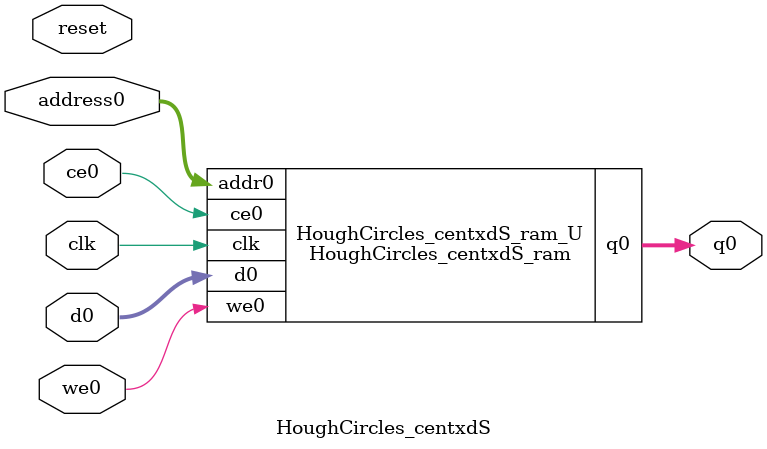
<source format=v>

`timescale 1 ns / 1 ps
module HoughCircles_centxdS_ram (addr0, ce0, d0, we0, q0,  clk);

parameter DWIDTH = 32;
parameter AWIDTH = 17;
parameter MEM_SIZE = 77924;

input[AWIDTH-1:0] addr0;
input ce0;
input[DWIDTH-1:0] d0;
input we0;
output reg[DWIDTH-1:0] q0;
input clk;

(* ram_style = "block" *)reg [DWIDTH-1:0] ram[0:MEM_SIZE-1];




always @(posedge clk)  
begin 
    if (ce0) 
    begin
        if (we0) 
        begin 
            ram[addr0] <= d0; 
            q0 <= d0;
        end 
        else 
            q0 <= ram[addr0];
    end
end


endmodule


`timescale 1 ns / 1 ps
module HoughCircles_centxdS(
    reset,
    clk,
    address0,
    ce0,
    we0,
    d0,
    q0);

parameter DataWidth = 32'd32;
parameter AddressRange = 32'd77924;
parameter AddressWidth = 32'd17;
input reset;
input clk;
input[AddressWidth - 1:0] address0;
input ce0;
input we0;
input[DataWidth - 1:0] d0;
output[DataWidth - 1:0] q0;



HoughCircles_centxdS_ram HoughCircles_centxdS_ram_U(
    .clk( clk ),
    .addr0( address0 ),
    .ce0( ce0 ),
    .we0( we0 ),
    .d0( d0 ),
    .q0( q0 ));

endmodule


</source>
